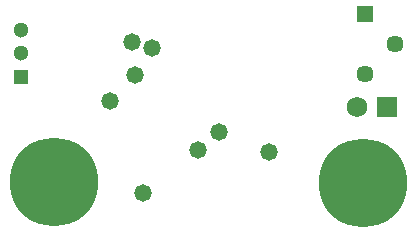
<source format=gbr>
G04*
G04 #@! TF.GenerationSoftware,Altium Limited,Altium Designer,25.3.3 (18)*
G04*
G04 Layer_Color=16711935*
%FSLAX44Y44*%
%MOMM*%
G71*
G04*
G04 #@! TF.SameCoordinates,BFC568DA-C1B5-42DE-8167-96A376B3F609*
G04*
G04*
G04 #@! TF.FilePolarity,Negative*
G04*
G01*
G75*
%ADD31C,7.5000*%
%ADD32R,1.3000X1.3000*%
%ADD33C,1.3000*%
%ADD34R,1.7532X1.7532*%
%ADD35C,1.7532*%
%ADD36C,1.4532*%
%ADD37R,1.4532X1.4532*%
%ADD38C,1.4732*%
D31*
X701040Y1059180D02*
D03*
X439420Y1060450D02*
D03*
D32*
X411480Y1149173D02*
D03*
D33*
Y1169173D02*
D03*
Y1189173D02*
D03*
D34*
X721360Y1123950D02*
D03*
D35*
X695960D02*
D03*
D36*
X702310Y1151890D02*
D03*
X727710Y1177290D02*
D03*
D37*
X702310Y1202690D02*
D03*
D38*
X486410Y1129030D02*
D03*
X505460Y1178560D02*
D03*
X521970Y1173480D02*
D03*
X621030Y1085850D02*
D03*
X508000Y1150620D02*
D03*
X561340Y1087120D02*
D03*
X579030Y1102083D02*
D03*
X514604Y1050544D02*
D03*
M02*

</source>
